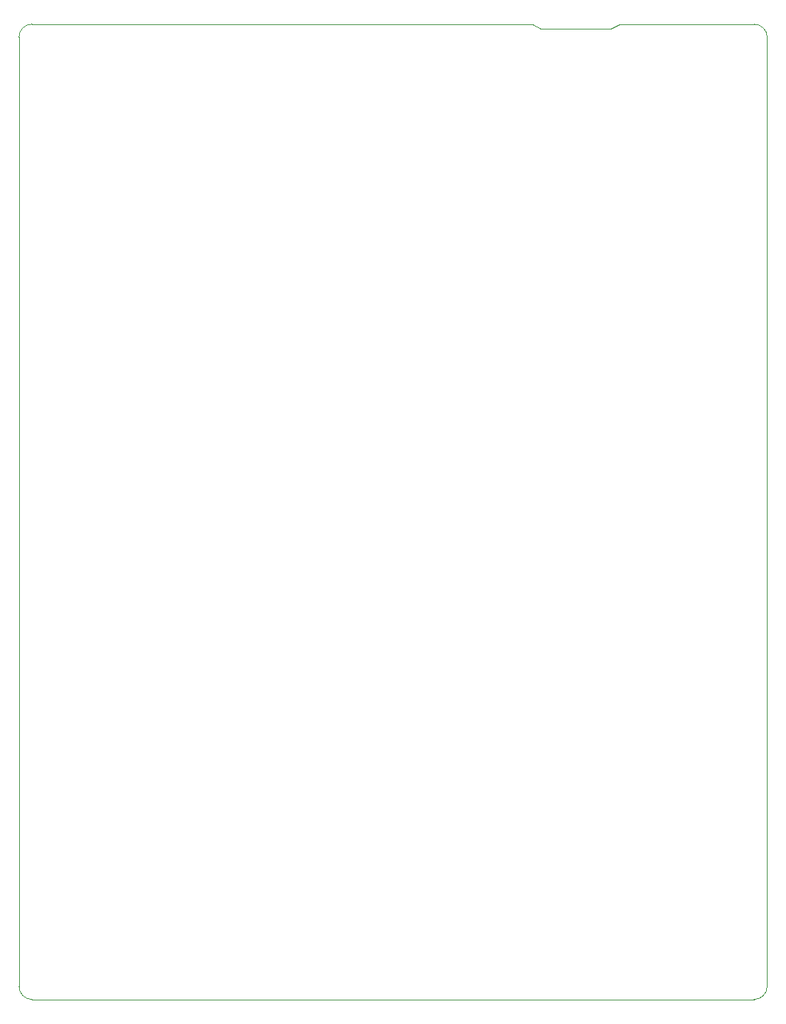
<source format=gbr>
%TF.GenerationSoftware,KiCad,Pcbnew,9.0.2*%
%TF.CreationDate,2025-06-25T22:06:46+02:00*%
%TF.ProjectId,baseboard,62617365-626f-4617-9264-2e6b69636164,rev?*%
%TF.SameCoordinates,Original*%
%TF.FileFunction,Profile,NP*%
%FSLAX46Y46*%
G04 Gerber Fmt 4.6, Leading zero omitted, Abs format (unit mm)*
G04 Created by KiCad (PCBNEW 9.0.2) date 2025-06-25 22:06:46*
%MOMM*%
%LPD*%
G01*
G04 APERTURE LIST*
%TA.AperFunction,Profile*%
%ADD10C,0.050000*%
%TD*%
G04 APERTURE END LIST*
D10*
X199000000Y-20000000D02*
X141500000Y-19999999D01*
X200000000Y-20500000D02*
X199000000Y-20000000D01*
X208000000Y-20500000D02*
X200000000Y-20500000D01*
X209000000Y-19999999D02*
X208000000Y-20500000D01*
X215500000Y-19999999D02*
X209000000Y-19999999D01*
X224500000Y-19999999D02*
X215500000Y-19999999D01*
X226000000Y-130500000D02*
X226000000Y-21500000D01*
X141500000Y-132000001D02*
X224500000Y-132000000D01*
X139999999Y-21499999D02*
G75*
G02*
X141499999Y-19999999I1500001J-1D01*
G01*
X224500001Y-19999999D02*
G75*
G02*
X226000001Y-21499999I-1J-1500001D01*
G01*
X140000000Y-21499999D02*
X139999999Y-130500000D01*
X141499999Y-132000001D02*
G75*
G02*
X139999999Y-130500001I1J1500001D01*
G01*
X226000000Y-130500000D02*
G75*
G02*
X224500000Y-132000000I-1500000J0D01*
G01*
M02*

</source>
